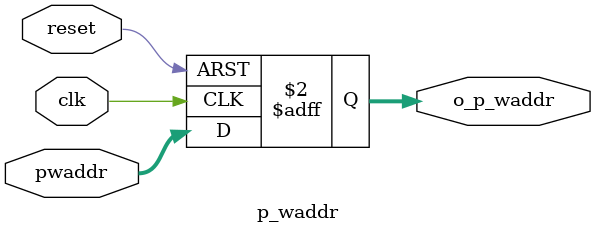
<source format=sv>
module p_waddr(
    input logic clk,
    input logic reset,
    input logic [4:0] pwaddr,
    output logic [4:0]o_p_waddr
);
always @(posedge clk,posedge reset)begin
    if (reset) o_p_waddr=0;
    else o_p_waddr=pwaddr;
end    
endmodule
</source>
